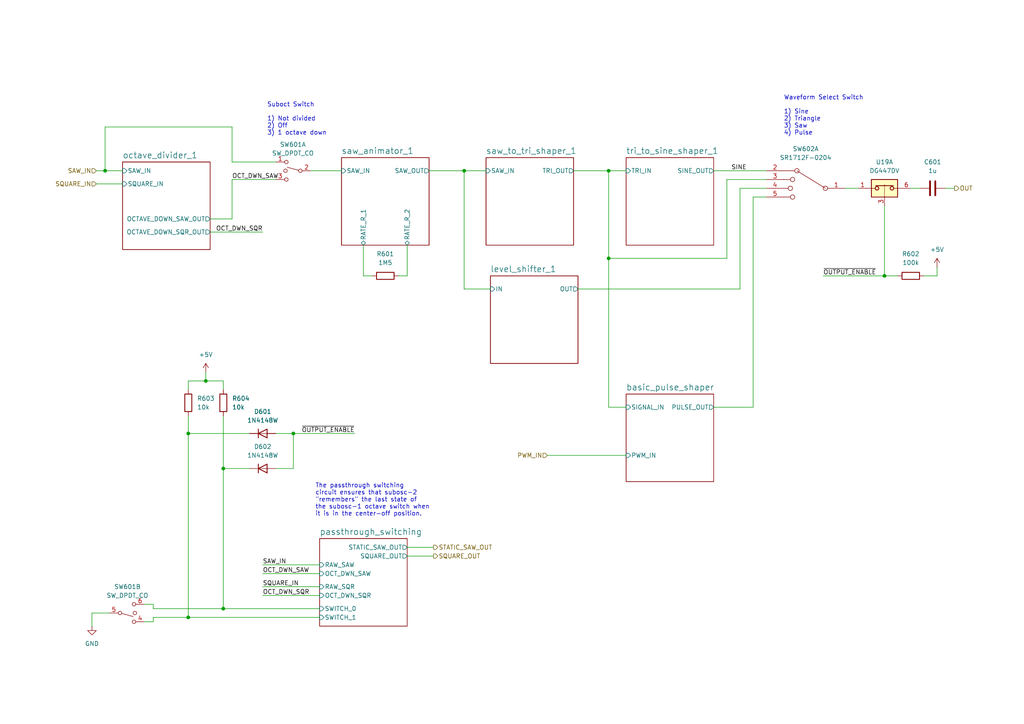
<source format=kicad_sch>
(kicad_sch (version 20211123) (generator eeschema)
  (paper "A4")
  (title_block (title "Josh Ox Ribon Synth Main VCO board") (date "2022-07-23") (rev "0.1") (comment 2 "creativecommons.org/licences/by/4.0") (comment 3 "license: CC by 4.0") (comment 4 "Author: Jordan Acete"))
  (lib_symbols
    (symbol "Device:C" (pin_numbers hide) (pin_names (offset 0.254))
      (property "Reference" "C" (at 0.635 2.54 0))
      (property "Value" "C" (at 0.635 -2.54 0))
      (symbol "C_0_1"
        (polyline (pts (xy -2.032 -0.762) (xy 2.032 -0.762)) (stroke (width 0.508)))
        (polyline (pts (xy -2.032 0.762) (xy 2.032 0.762)) (stroke (width 0.508)))
      )
      (symbol "C_1_1"
        (pin passive line (at 0 3.81 270) (length 2.794) (name "~") (number "1"))
        (pin passive line (at 0 -3.81 90) (length 2.794) (name "~") (number "2"))
      )
    )
    (symbol "Device:R" (pin_numbers hide) (pin_names (offset 0))
      (property "Reference" "R" (at 2.032 0 90))
      (property "Value" "R" (at 0 0 90))
      (symbol "R_0_1"
        (rectangle (start -1.016 -2.54) (end 1.016 2.54) (stroke (width 0.254)))
      )
      (symbol "R_1_1"
        (pin passive line (at 0 3.81 270) (length 1.27) (name "~") (number "1"))
        (pin passive line (at 0 -3.81 90) (length 1.27) (name "~") (number "2"))
      )
    )
    (symbol "Diode:1N4148W" (pin_numbers hide) (pin_names (offset 1.016) hide)
      (property "Reference" "D" (at 0 2.54 0))
      (property "Value" "1N4148W" (at 0 -2.54 0))
      (symbol "1N4148W_0_1"
        (polyline (pts (xy -1.27 1.27) (xy -1.27 -1.27)) (stroke (width 0.254)))
        (polyline (pts (xy 1.27 0) (xy -1.27 0)))
        (polyline (pts (xy 1.27 1.27) (xy 1.27 -1.27) (xy -1.27 0) (xy 1.27 1.27)) (stroke (width 0.254)))
      )
      (symbol "1N4148W_1_1"
        (pin passive line (at -3.81 0 0) (length 2.54) (name "K") (number "1"))
        (pin passive line (at 3.81 0 180) (length 2.54) (name "A") (number "2"))
      )
    )
    (symbol "custom_symbols:DG447DV" (pin_names (offset 0.254))
      (property "Reference" "U19" (at 0 7.62 0))
      (property "Value" "DG447DV" (at 0 5.08 0))
      (symbol "DG447DV_1_0"
        (pin bidirectional line (at -7.62 0 0) (length 2.54) (name "") (number "1"))
        (pin input line (at 0 -5.08 90) (length 2.54) (name "") (number "3"))
        (pin bidirectional line (at 7.62 0 180) (length 2.54) (name "") (number "6"))
      )
      (symbol "DG447DV_1_1"
        (rectangle (start -3.81 2.54) (end 3.81 -2.54) (stroke (width 0.254)) (fill (type background)))
        (circle (center -2.159 0) (radius 0.508) (stroke (width 0.254)))
        (polyline (pts (xy -5.08 0) (xy -2.794 0)))
        (polyline (pts (xy -2.54 0.762) (xy 2.54 0.762)) (stroke (width 0.254)))
        (polyline (pts (xy 0 -2.54) (xy 0 -2.032)))
        (polyline (pts (xy 0 -1.778) (xy 0 -1.524)))
        (polyline (pts (xy 0 -1.27) (xy 0 -1.016)))
        (polyline (pts (xy 0 -0.762) (xy 0 -0.508)))
        (polyline (pts (xy 0 -0.254) (xy 0 0)))
        (polyline (pts (xy 0 0.254) (xy 0 0.508)))
        (polyline (pts (xy 0 0.762) (xy 0 1.016)))
        (polyline (pts (xy 5.08 0) (xy 2.794 0)))
        (circle (center 2.159 0) (radius 0.508) (stroke (width 0.254)))
      )
      (symbol "DG447DV_2_0"
        (pin power_in line (at 1.27 -12.7 90) (length 2.54) (name "V-") (number "2"))
        (pin power_in line (at -1.27 -12.7 90) (length 2.54) (name "GND") (number "4"))
        (pin power_in line (at 0 12.7 270) (length 2.54) (name "V+") (number "5"))
      )
      (symbol "DG447DV_2_1"
        (rectangle (start -5.08 10.16) (end 5.08 -10.16) (stroke (width 0.254)) (fill (type background)))
      )
    )
    (symbol "custom_symbols:SR1712F-0204" (pin_names (offset 1.016) hide)
      (property "Reference" "SW?" (at 1.27 11.43 0))
      (property "Value" "SR1712F-0204" (at 1.27 8.89 0))
      (symbol "SR1712F-0204_0_0"
        (circle (center -4.445 0) (radius 0.635))
        (polyline (pts (xy -4.445 0) (xy 3.81 5.08)))
        (polyline (pts (xy 4.445 5.08) (xy 7.62 5.08)))
        (polyline (pts (xy 5.715 -2.54) (xy 7.62 -2.54)))
        (polyline (pts (xy 5.715 2.54) (xy 7.62 2.54)))
        (polyline (pts (xy 6.35 0) (xy 7.62 0)))
        (circle (center 3.81 5.08) (radius 0.635))
        (circle (center 5.08 -2.54) (radius 0.635))
        (circle (center 5.08 2.54) (radius 0.635))
        (circle (center 5.715 0) (radius 0.635))
      )
      (symbol "SR1712F-0204_1_1"
        (pin passive line (at -10.16 0 0) (length 5.08) (name "1") (number "1"))
        (pin passive line (at 12.7 5.08 180) (length 5.08) (name "2") (number "2"))
        (pin passive line (at 12.7 2.54 180) (length 5.08) (name "3") (number "3"))
        (pin passive line (at 12.7 0 180) (length 5.08) (name "4") (number "4"))
        (pin passive line (at 12.7 -2.54 180) (length 5.08) (name "5") (number "5"))
      )
      (symbol "SR1712F-0204_2_1"
        (pin passive line (at -10.16 0 0) (length 5.08) (name "10") (number "10"))
        (pin passive line (at 12.7 5.08 180) (length 5.08) (name "6") (number "6"))
        (pin passive line (at 12.7 2.54 180) (length 5.08) (name "7") (number "7"))
        (pin passive line (at 12.7 0 180) (length 5.08) (name "8") (number "8"))
        (pin passive line (at 12.7 -2.54 180) (length 5.08) (name "9") (number "9"))
      )
    )
    (symbol "custom_symbols:SW_DPDT_CO" (pin_names (offset 0) hide)
      (property "Reference" "SW" (at 0 5.08 0))
      (property "Value" "SW_DPDT_CO" (at 0 -5.08 0))
      (symbol "SW_DPDT_CO_0_0"
        (circle (center -2.032 0) (radius 0.508))
        (polyline (pts (xy -1.524 0.127) (xy 1.778 1.016)))
        (circle (center 2.032 -2.54) (radius 0.508))
      )
      (symbol "SW_DPDT_CO_0_1"
        (circle (center 2.032 2.54) (radius 0.508))
        (circle (center 2.286 0) (radius 0.508))
      )
      (symbol "SW_DPDT_CO_1_1"
        (pin passive line (at 5.08 2.54 180) (length 2.54) (name "1") (number "1"))
        (pin passive line (at -5.08 0 0) (length 2.54) (name "2") (number "2"))
        (pin passive line (at 5.08 -2.54 180) (length 2.54) (name "3") (number "3"))
      )
      (symbol "SW_DPDT_CO_2_1"
        (pin passive line (at 5.08 2.54 180) (length 2.54) (name "4") (number "4"))
        (pin passive line (at -5.08 0 0) (length 2.54) (name "5") (number "5"))
        (pin passive line (at 5.08 -2.54 180) (length 2.54) (name "6") (number "6"))
      )
    )
    (symbol "power:+5V" (power) (pin_names (offset 0))
      (property "Value" "+5V" (at 0 3.556 0))
      (symbol "+5V_0_1"
        (polyline (pts (xy -0.762 1.27) (xy 0 2.54)))
        (polyline (pts (xy 0 0) (xy 0 2.54)))
        (polyline (pts (xy 0 2.54) (xy 0.762 1.27)))
      )
      (symbol "+5V_1_1"
        (pin power_in line (at 0 0 90) (length 0) hide (name "+5V") (number "1"))
      )
    )
    (symbol "power:GND" (power) (pin_names (offset 0))
      (property "Value" "GND" (at 0 -3.81 0))
      (symbol "GND_0_1"
        (polyline (pts (xy 0 0) (xy 0 -1.27) (xy 1.27 -1.27) (xy 0 -2.54) (xy -1.27 -1.27) (xy 0 -1.27)))
      )
      (symbol "GND_1_1"
        (pin power_in line (at 0 0 270) (length 0) hide (name "GND") (number "1"))
      )
    )
  )
  (junction (at 134.62 49.53))
  (junction (at 54.61 179.07))
  (junction (at 85.09 125.73))
  (junction (at 256.54 80.01))
  (junction (at 64.77 135.89))
  (junction (at 59.69 110.49))
  (junction (at 54.61 125.73))
  (junction (at 176.53 49.53))
  (junction (at 64.77 176.53))
  (junction (at 176.53 74.93))
  (junction (at 30.48 49.53))
  (wire (pts (xy 41.91 180.34) (xy 44.45 180.34)))
  (wire (pts (xy 80.01 135.89) (xy 85.09 135.89)))
  (wire (pts (xy 210.82 52.07) (xy 210.82 74.93)))
  (wire (pts (xy 166.37 49.53) (xy 176.53 49.53)))
  (wire (pts (xy 30.48 49.53) (xy 35.56 49.53)))
  (wire (pts (xy 218.44 118.11) (xy 218.44 57.15)))
  (wire (pts (xy 64.77 176.53) (xy 92.71 176.53)))
  (wire (pts (xy 176.53 49.53) (xy 181.61 49.53)))
  (wire (pts (xy 76.2 163.83) (xy 92.71 163.83)))
  (wire (pts (xy 44.45 176.53) (xy 64.77 176.53)))
  (wire (pts (xy 118.11 161.29) (xy 125.73 161.29)))
  (wire (pts (xy 54.61 125.73) (xy 54.61 179.07)))
  (wire (pts (xy 60.96 63.5) (xy 67.31 63.5)))
  (wire (pts (xy 76.2 170.18) (xy 92.71 170.18)))
  (wire (pts (xy 134.62 49.53) (xy 140.97 49.53)))
  (wire (pts (xy 64.77 113.03) (xy 64.77 110.49)))
  (wire (pts (xy 222.25 52.07) (xy 210.82 52.07)))
  (wire (pts (xy 26.67 177.8) (xy 31.75 177.8)))
  (wire (pts (xy 274.32 54.61) (xy 276.86 54.61)))
  (wire (pts (xy 54.61 110.49) (xy 54.61 113.03)))
  (wire (pts (xy 105.41 80.01) (xy 107.95 80.01)))
  (wire (pts (xy 59.69 107.95) (xy 59.69 110.49)))
  (wire (pts (xy 26.67 177.8) (xy 26.67 181.61)))
  (wire (pts (xy 271.78 77.47) (xy 271.78 80.01)))
  (wire (pts (xy 207.01 118.11) (xy 218.44 118.11)))
  (wire (pts (xy 76.2 172.72) (xy 92.71 172.72)))
  (wire (pts (xy 167.64 83.82) (xy 214.63 83.82)))
  (wire (pts (xy 105.41 71.12) (xy 105.41 80.01)))
  (wire (pts (xy 214.63 83.82) (xy 214.63 54.61)))
  (wire (pts (xy 118.11 80.01) (xy 115.57 80.01)))
  (wire (pts (xy 207.01 49.53) (xy 222.25 49.53)))
  (wire (pts (xy 30.48 49.53) (xy 30.48 36.83)))
  (wire (pts (xy 54.61 120.65) (xy 54.61 125.73)))
  (wire (pts (xy 214.63 54.61) (xy 222.25 54.61)))
  (wire (pts (xy 90.17 49.53) (xy 99.06 49.53)))
  (wire (pts (xy 67.31 52.07) (xy 80.01 52.07)))
  (wire (pts (xy 256.54 59.69) (xy 256.54 80.01)))
  (wire (pts (xy 176.53 49.53) (xy 176.53 74.93)))
  (wire (pts (xy 67.31 46.99) (xy 80.01 46.99)))
  (wire (pts (xy 76.2 166.37) (xy 92.71 166.37)))
  (wire (pts (xy 60.96 67.31) (xy 76.2 67.31)))
  (wire (pts (xy 64.77 135.89) (xy 64.77 176.53)))
  (wire (pts (xy 85.09 135.89) (xy 85.09 125.73)))
  (wire (pts (xy 27.94 49.53) (xy 30.48 49.53)))
  (wire (pts (xy 64.77 120.65) (xy 64.77 135.89)))
  (wire (pts (xy 256.54 80.01) (xy 260.35 80.01)))
  (wire (pts (xy 44.45 175.26) (xy 41.91 175.26)))
  (wire (pts (xy 256.54 80.01) (xy 238.76 80.01)))
  (wire (pts (xy 267.97 80.01) (xy 271.78 80.01)))
  (wire (pts (xy 264.16 54.61) (xy 266.7 54.61)))
  (wire (pts (xy 64.77 110.49) (xy 59.69 110.49)))
  (wire (pts (xy 218.44 57.15) (xy 222.25 57.15)))
  (wire (pts (xy 59.69 110.49) (xy 54.61 110.49)))
  (wire (pts (xy 64.77 135.89) (xy 72.39 135.89)))
  (wire (pts (xy 134.62 83.82) (xy 134.62 49.53)))
  (wire (pts (xy 158.75 132.08) (xy 181.61 132.08)))
  (wire (pts (xy 27.94 53.34) (xy 35.56 53.34)))
  (wire (pts (xy 176.53 118.11) (xy 181.61 118.11)))
  (wire (pts (xy 176.53 74.93) (xy 176.53 118.11)))
  (wire (pts (xy 245.11 54.61) (xy 248.92 54.61)))
  (wire (pts (xy 210.82 74.93) (xy 176.53 74.93)))
  (wire (pts (xy 30.48 36.83) (xy 67.31 36.83)))
  (wire (pts (xy 54.61 125.73) (xy 72.39 125.73)))
  (wire (pts (xy 124.46 49.53) (xy 134.62 49.53)))
  (wire (pts (xy 44.45 179.07) (xy 44.45 180.34)))
  (wire (pts (xy 54.61 179.07) (xy 44.45 179.07)))
  (wire (pts (xy 67.31 63.5) (xy 67.31 52.07)))
  (wire (pts (xy 92.71 179.07) (xy 54.61 179.07)))
  (wire (pts (xy 67.31 36.83) (xy 67.31 46.99)))
  (wire (pts (xy 44.45 176.53) (xy 44.45 175.26)))
  (wire (pts (xy 118.11 158.75) (xy 125.73 158.75)))
  (wire (pts (xy 85.09 125.73) (xy 102.87 125.73)))
  (wire (pts (xy 80.01 125.73) (xy 85.09 125.73)))
  (wire (pts (xy 142.24 83.82) (xy 134.62 83.82)))
  (wire (pts (xy 118.11 71.12) (xy 118.11 80.01)))
  (text "Waveform Select Switch\n\n1) Sine\n2) Triangle\n3) Saw\n4) Pulse" (at 227.33 39.37 0) (effects (font (size 1.27 1.27)) (justify left bottom)))
  (text "Suboct Switch\n\n1) Not divided\n2) Off\n3) 1 octave down" (at 77.47 39.37 0) (effects (font (size 1.27 1.27)) (justify left bottom)))
  (text "The passthrough switching\ncircuit ensures that subosc-2 \n\"remembers\" the last state of \nthe subosc-1 octave switch when \nit is in the center-off position." (at 91.44 149.86 0) (effects (font (size 1.27 1.27)) (justify left bottom)))
  (label "~{OUTPUT_ENABLE}" (at 102.87 125.73 180))
  (label "SINE" (at 212.09 49.53 0))
  (label "OCT_DWN_SQR" (at 76.2 67.31 180))
  (label "~{OUTPUT_ENABLE}" (at 238.76 80.01 0))
  (label "OCT_DWN_SAW" (at 76.2 166.37 0))
  (label "OCT_DWN_SQR" (at 76.2 172.72 0))
  (label "OCT_DWN_SAW" (at 67.31 52.07 0))
  (label "SAW_IN" (at 76.2 163.83 0))
  (label "SQUARE_IN" (at 76.2 170.18 0))
  (hierarchical_label "SAW_IN" (shape input) (at 27.94 49.53 180))
  (hierarchical_label "STATIC_SAW_OUT" (shape output) (at 125.73 158.75 0))
  (hierarchical_label "OUT" (shape output) (at 276.86 54.61 0))
  (hierarchical_label "PWM_IN" (shape input) (at 158.75 132.08 180))
  (hierarchical_label "SQUARE_OUT" (shape output) (at 125.73 161.29 0))
  (hierarchical_label "SQUARE_IN" (shape input) (at 27.94 53.34 180))
  (symbol (lib_id "custom_symbols:DG447DV") (at 256.54 54.61 0) (unit 1)
    (property "Reference" "U19" (at 256.54 46.99 0))
    (property "Value" "DG447DV" (at 256.54 49.53 0))
    (property "Footprint" "Package_SO:TSOP-6_1.65x3.05mm_P0.95mm" (effects hide))
    (property "Datasheet" "https://www.vishay.com/docs/73854/dg447.pdf" (effects hide))
  )
  (symbol (lib_id "custom_symbols:SW_DPDT_CO") (at 36.83 177.8 0) (mirror x) (unit 2)
    (property "Reference" "SW601" (at 36.957 170.18 0))
    (property "Value" "SW_DPDT_CO" (at 36.957 172.72 0))
    (property "Footprint" "custom_footprints:DPDT_mini_toggle" (effects hide))
  )
  (symbol (lib_id "custom_symbols:SR1712F-0204") (at 234.95 54.61 0) (mirror y) (unit 1)
    (property "Reference" "SW602" (at 233.68 43.18 0))
    (property "Value" "SR1712F-0204" (at 233.68 45.72 0))
    (property "Footprint" "custom_footprints:SR1712F_rotary_switch" (effects hide))
  )
  (symbol (lib_id "Diode:1N4148W") (at 76.2 135.89 0) (mirror x) (unit 1)
    (property "Reference" "D602" (at 76.2 129.54 0))
    (property "Value" "1N4148W" (at 76.2 132.08 0))
    (property "Footprint" "Diode_SMD:D_SOD-123" (effects hide))
    (property "Datasheet" "https://www.vishay.com/docs/85748/1n4148w.pdf" (effects hide))
  )
  (symbol (lib_id "power:+5V") (at 59.69 107.95 0) (unit 1)
    (property "Reference" "#PWR0603" (effects hide))
    (property "Value" "+5V" (at 59.69 102.87 0))
  )
  (symbol (lib_id "custom_symbols:SW_DPDT_CO") (at 85.09 49.53 0) (mirror y) (unit 1)
    (property "Reference" "SW601" (at 84.963 41.91 0))
    (property "Value" "SW_DPDT_CO" (at 84.963 44.45 0))
    (property "Footprint" "custom_footprints:DPDT_mini_toggle" (effects hide))
  )
  (symbol (lib_id "power:GND") (at 26.67 181.61 0) (unit 1)
    (property "Reference" "#PWR0601" (effects hide))
    (property "Value" "GND" (at 26.67 186.69 0))
  )
  (symbol (lib_id "Device:R") (at 64.77 116.84 0) (unit 1)
    (property "Reference" "R604" (at 67.31 115.5699 0) (effects (justify left)))
    (property "Value" "10k" (at 67.31 118.1099 0) (effects (justify left)))
    (property "Footprint" "Resistor_SMD:R_0805_2012Metric" (effects hide))
  )
  (symbol (lib_id "Device:R") (at 111.76 80.01 90) (unit 1)
    (property "Reference" "R601" (at 111.76 73.66 90))
    (property "Value" "1M5" (at 111.76 76.2 90))
    (property "Footprint" "Resistor_SMD:R_0805_2012Metric" (effects hide))
  )
  (symbol (lib_id "power:+5V") (at 271.78 77.47 0) (unit 1)
    (property "Reference" "#PWR0123" (effects hide))
    (property "Value" "+5V" (at 271.78 72.39 0))
  )
  (symbol (lib_id "Device:C") (at 270.51 54.61 90) (unit 1)
    (property "Reference" "C601" (at 270.51 46.99 90))
    (property "Value" "1u" (at 270.51 49.53 90))
    (property "Footprint" "Capacitor_THT:C_Rect_L7.2mm_W5.5mm_P5.00mm_FKS2_FKP2_MKS2_MKP2" (effects hide))
  )
  (symbol (lib_id "Device:R") (at 264.16 80.01 90) (unit 1)
    (property "Reference" "R602" (at 264.16 73.66 90))
    (property "Value" "100k" (at 264.16 76.2 90))
    (property "Footprint" "Resistor_SMD:R_0805_2012Metric" (effects hide))
  )
  (symbol (lib_id "Device:R") (at 54.61 116.84 0) (unit 1)
    (property "Reference" "R603" (at 57.15 115.5699 0) (effects (justify left)))
    (property "Value" "10k" (at 57.15 118.1099 0) (effects (justify left)))
    (property "Footprint" "Resistor_SMD:R_0805_2012Metric" (effects hide))
  )
  (symbol (lib_id "Diode:1N4148W") (at 76.2 125.73 0) (mirror x) (unit 1)
    (property "Reference" "D601" (at 76.2 119.38 0))
    (property "Value" "1N4148W" (at 76.2 121.92 0))
    (property "Footprint" "Diode_SMD:D_SOD-123" (effects hide))
    (property "Datasheet" "https://www.vishay.com/docs/85748/1n4148w.pdf" (effects hide))
  )
  (sheet (at 92.71 156.21) (size 25.4 25.4) (stroke (width 0.1524))
    (property "Sheet name" "passthrough_switching" (at 92.71 155.2584 0) (effects (font (size 1.75 1.75)) (justify left bottom)))
    (property "Sheet file" "passthrough_switching.kicad_sch" (effects hide))
    (pin "RAW_SQR" input (at 92.71 170.18 180))
    (pin "RAW_SAW" input (at 92.71 163.83 180))
    (pin "OCT_DWN_SAW" input (at 92.71 166.37 180))
    (pin "OCT_DWN_SQR" input (at 92.71 172.72 180))
    (pin "SWITCH_0" input (at 92.71 176.53 180))
    (pin "SWITCH_1" input (at 92.71 179.07 180))
    (pin "STATIC_SAW_OUT" output (at 118.11 158.75 0))
    (pin "SQUARE_OUT" output (at 118.11 161.29 0))
  )
  (sheet (at 181.61 45.72) (size 25.4 25.4) (stroke (width 0.1524))
    (property "Sheet name" "tri_to_sine_shaper_1" (at 181.61 44.7684 0) (effects (font (size 1.75 1.75)) (justify left bottom)))
    (property "Sheet file" "tri_to_sine_shaper.kicad_sch" (effects hide))
    (pin "TRI_IN" input (at 181.61 49.53 180))
    (pin "SINE_OUT" output (at 207.01 49.53 0))
  )
  (sheet (at 140.97 45.72) (size 25.4 25.4) (stroke (width 0.1524))
    (property "Sheet name" "saw_to_tri_shaper_1" (at 140.97 44.7684 0) (effects (font (size 1.75 1.75)) (justify left bottom)))
    (property "Sheet file" "saw_to_tri_shaper.kicad_sch" (effects hide))
    (pin "SAW_IN" input (at 140.97 49.53 180))
    (pin "TRI_OUT" output (at 166.37 49.53 0))
  )
  (sheet (at 35.56 46.99) (size 25.4 25.4) (stroke (width 0.1524))
    (property "Sheet name" "octave_divider_1" (at 35.56 46.0384 0) (effects (font (size 1.75 1.75)) (justify left bottom)))
    (property "Sheet file" "octave_divider.kicad_sch" (effects hide))
    (pin "OCTAVE_DOWN_SAW_OUT" output (at 60.96 63.5 0))
    (pin "OCTAVE_DOWN_SQR_OUT" output (at 60.96 67.31 0))
    (pin "SQUARE_IN" input (at 35.56 53.34 180))
    (pin "SAW_IN" input (at 35.56 49.53 180))
  )
  (sheet (at 142.24 80.01) (size 25.4 25.4) (stroke (width 0.1524))
    (property "Sheet name" "level_shifter_1" (at 142.24 79.0584 0) (effects (font (size 1.75 1.75)) (justify left bottom)))
    (property "Sheet file" "level_shifter.kicad_sch" (effects hide))
    (pin "OUT" output (at 167.64 83.82 0))
    (pin "IN" input (at 142.24 83.82 180))
  )
  (sheet (at 99.06 45.72) (size 25.4 25.4) (stroke (width 0.1524))
    (property "Sheet name" "saw_animator_1" (at 99.06 44.7684 0) (effects (font (size 1.75 1.75)) (justify left bottom)))
    (property "Sheet file" "saw_animator.kicad_sch" (effects hide))
    (pin "SAW_OUT" output (at 124.46 49.53 0))
    (pin "SAW_IN" input (at 99.06 49.53 180))
    (pin "RATE_R_2" bidirectional (at 118.11 71.12 270))
    (pin "RATE_R_1" bidirectional (at 105.41 71.12 270))
  )
  (sheet (at 181.61 114.3) (size 25.4 25.4) (stroke (width 0.1524))
    (property "Sheet name" "basic_pulse_shaper" (at 181.61 113.3484 0) (effects (font (size 1.75 1.75)) (justify left bottom)))
    (property "Sheet file" "basic_pulse_shaper.kicad_sch" (effects hide))
    (pin "PULSE_OUT" output (at 207.01 118.11 0))
    (pin "SIGNAL_IN" input (at 181.61 118.11 180))
    (pin "PWM_IN" input (at 181.61 132.08 180))
  )
)
</source>
